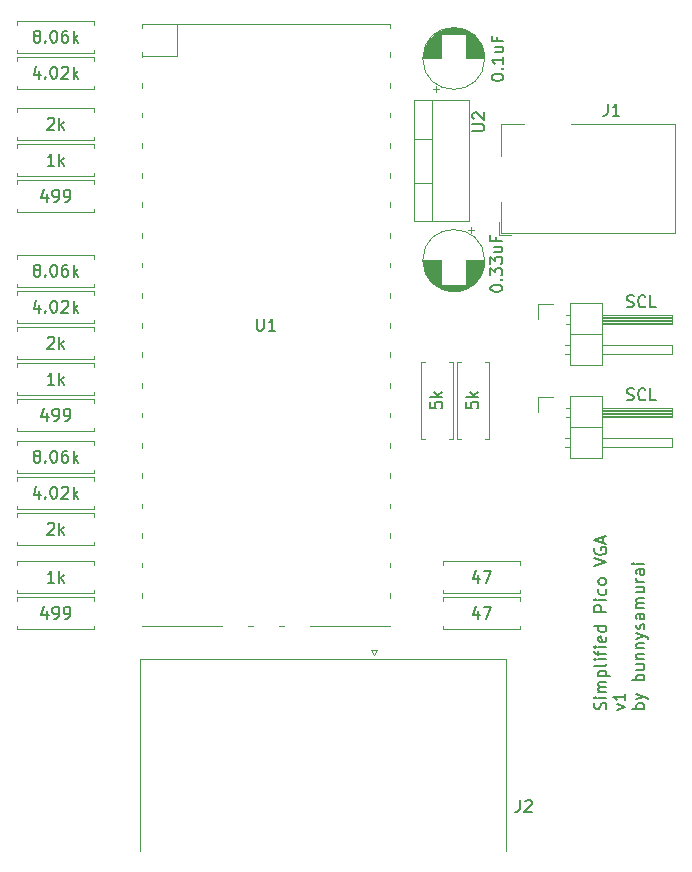
<source format=gbr>
G04 #@! TF.GenerationSoftware,KiCad,Pcbnew,6.0.10-1.fc36*
G04 #@! TF.CreationDate,2023-01-09T12:43:08-05:00*
G04 #@! TF.ProjectId,my_vga_board,6d795f76-6761-45f6-926f-6172642e6b69,v01*
G04 #@! TF.SameCoordinates,Original*
G04 #@! TF.FileFunction,Legend,Top*
G04 #@! TF.FilePolarity,Positive*
%FSLAX46Y46*%
G04 Gerber Fmt 4.6, Leading zero omitted, Abs format (unit mm)*
G04 Created by KiCad (PCBNEW 6.0.10-1.fc36) date 2023-01-09 12:43:08*
%MOMM*%
%LPD*%
G01*
G04 APERTURE LIST*
%ADD10C,0.150000*%
%ADD11C,0.120000*%
G04 APERTURE END LIST*
D10*
X180165523Y-89304761D02*
X180308380Y-89352380D01*
X180546476Y-89352380D01*
X180641714Y-89304761D01*
X180689333Y-89257142D01*
X180736952Y-89161904D01*
X180736952Y-89066666D01*
X180689333Y-88971428D01*
X180641714Y-88923809D01*
X180546476Y-88876190D01*
X180356000Y-88828571D01*
X180260761Y-88780952D01*
X180213142Y-88733333D01*
X180165523Y-88638095D01*
X180165523Y-88542857D01*
X180213142Y-88447619D01*
X180260761Y-88400000D01*
X180356000Y-88352380D01*
X180594095Y-88352380D01*
X180736952Y-88400000D01*
X181736952Y-89257142D02*
X181689333Y-89304761D01*
X181546476Y-89352380D01*
X181451238Y-89352380D01*
X181308380Y-89304761D01*
X181213142Y-89209523D01*
X181165523Y-89114285D01*
X181117904Y-88923809D01*
X181117904Y-88780952D01*
X181165523Y-88590476D01*
X181213142Y-88495238D01*
X181308380Y-88400000D01*
X181451238Y-88352380D01*
X181546476Y-88352380D01*
X181689333Y-88400000D01*
X181736952Y-88447619D01*
X182641714Y-89352380D02*
X182165523Y-89352380D01*
X182165523Y-88352380D01*
X178372761Y-123410023D02*
X178420380Y-123267166D01*
X178420380Y-123029071D01*
X178372761Y-122933833D01*
X178325142Y-122886214D01*
X178229904Y-122838595D01*
X178134666Y-122838595D01*
X178039428Y-122886214D01*
X177991809Y-122933833D01*
X177944190Y-123029071D01*
X177896571Y-123219547D01*
X177848952Y-123314785D01*
X177801333Y-123362404D01*
X177706095Y-123410023D01*
X177610857Y-123410023D01*
X177515619Y-123362404D01*
X177468000Y-123314785D01*
X177420380Y-123219547D01*
X177420380Y-122981452D01*
X177468000Y-122838595D01*
X178420380Y-122410023D02*
X177753714Y-122410023D01*
X177420380Y-122410023D02*
X177468000Y-122457642D01*
X177515619Y-122410023D01*
X177468000Y-122362404D01*
X177420380Y-122410023D01*
X177515619Y-122410023D01*
X178420380Y-121933833D02*
X177753714Y-121933833D01*
X177848952Y-121933833D02*
X177801333Y-121886214D01*
X177753714Y-121790976D01*
X177753714Y-121648119D01*
X177801333Y-121552880D01*
X177896571Y-121505261D01*
X178420380Y-121505261D01*
X177896571Y-121505261D02*
X177801333Y-121457642D01*
X177753714Y-121362404D01*
X177753714Y-121219547D01*
X177801333Y-121124309D01*
X177896571Y-121076690D01*
X178420380Y-121076690D01*
X177753714Y-120600500D02*
X178753714Y-120600500D01*
X177801333Y-120600500D02*
X177753714Y-120505261D01*
X177753714Y-120314785D01*
X177801333Y-120219547D01*
X177848952Y-120171928D01*
X177944190Y-120124309D01*
X178229904Y-120124309D01*
X178325142Y-120171928D01*
X178372761Y-120219547D01*
X178420380Y-120314785D01*
X178420380Y-120505261D01*
X178372761Y-120600500D01*
X178420380Y-119552880D02*
X178372761Y-119648119D01*
X178277523Y-119695738D01*
X177420380Y-119695738D01*
X178420380Y-119171928D02*
X177753714Y-119171928D01*
X177420380Y-119171928D02*
X177468000Y-119219547D01*
X177515619Y-119171928D01*
X177468000Y-119124309D01*
X177420380Y-119171928D01*
X177515619Y-119171928D01*
X177753714Y-118838595D02*
X177753714Y-118457642D01*
X178420380Y-118695738D02*
X177563238Y-118695738D01*
X177468000Y-118648119D01*
X177420380Y-118552880D01*
X177420380Y-118457642D01*
X178420380Y-118124309D02*
X177753714Y-118124309D01*
X177420380Y-118124309D02*
X177468000Y-118171928D01*
X177515619Y-118124309D01*
X177468000Y-118076690D01*
X177420380Y-118124309D01*
X177515619Y-118124309D01*
X178372761Y-117267166D02*
X178420380Y-117362404D01*
X178420380Y-117552880D01*
X178372761Y-117648119D01*
X178277523Y-117695738D01*
X177896571Y-117695738D01*
X177801333Y-117648119D01*
X177753714Y-117552880D01*
X177753714Y-117362404D01*
X177801333Y-117267166D01*
X177896571Y-117219547D01*
X177991809Y-117219547D01*
X178087047Y-117695738D01*
X178420380Y-116362404D02*
X177420380Y-116362404D01*
X178372761Y-116362404D02*
X178420380Y-116457642D01*
X178420380Y-116648119D01*
X178372761Y-116743357D01*
X178325142Y-116790976D01*
X178229904Y-116838595D01*
X177944190Y-116838595D01*
X177848952Y-116790976D01*
X177801333Y-116743357D01*
X177753714Y-116648119D01*
X177753714Y-116457642D01*
X177801333Y-116362404D01*
X178420380Y-115124309D02*
X177420380Y-115124309D01*
X177420380Y-114743357D01*
X177468000Y-114648119D01*
X177515619Y-114600500D01*
X177610857Y-114552880D01*
X177753714Y-114552880D01*
X177848952Y-114600500D01*
X177896571Y-114648119D01*
X177944190Y-114743357D01*
X177944190Y-115124309D01*
X178420380Y-114124309D02*
X177753714Y-114124309D01*
X177420380Y-114124309D02*
X177468000Y-114171928D01*
X177515619Y-114124309D01*
X177468000Y-114076690D01*
X177420380Y-114124309D01*
X177515619Y-114124309D01*
X178372761Y-113219547D02*
X178420380Y-113314785D01*
X178420380Y-113505261D01*
X178372761Y-113600500D01*
X178325142Y-113648119D01*
X178229904Y-113695738D01*
X177944190Y-113695738D01*
X177848952Y-113648119D01*
X177801333Y-113600500D01*
X177753714Y-113505261D01*
X177753714Y-113314785D01*
X177801333Y-113219547D01*
X178420380Y-112648119D02*
X178372761Y-112743357D01*
X178325142Y-112790976D01*
X178229904Y-112838595D01*
X177944190Y-112838595D01*
X177848952Y-112790976D01*
X177801333Y-112743357D01*
X177753714Y-112648119D01*
X177753714Y-112505261D01*
X177801333Y-112410023D01*
X177848952Y-112362404D01*
X177944190Y-112314785D01*
X178229904Y-112314785D01*
X178325142Y-112362404D01*
X178372761Y-112410023D01*
X178420380Y-112505261D01*
X178420380Y-112648119D01*
X177420380Y-111267166D02*
X178420380Y-110933833D01*
X177420380Y-110600500D01*
X177468000Y-109743357D02*
X177420380Y-109838595D01*
X177420380Y-109981452D01*
X177468000Y-110124309D01*
X177563238Y-110219547D01*
X177658476Y-110267166D01*
X177848952Y-110314785D01*
X177991809Y-110314785D01*
X178182285Y-110267166D01*
X178277523Y-110219547D01*
X178372761Y-110124309D01*
X178420380Y-109981452D01*
X178420380Y-109886214D01*
X178372761Y-109743357D01*
X178325142Y-109695738D01*
X177991809Y-109695738D01*
X177991809Y-109886214D01*
X178134666Y-109314785D02*
X178134666Y-108838595D01*
X178420380Y-109410023D02*
X177420380Y-109076690D01*
X178420380Y-108743357D01*
X179363714Y-123457642D02*
X180030380Y-123219547D01*
X179363714Y-122981452D01*
X180030380Y-122076690D02*
X180030380Y-122648119D01*
X180030380Y-122362404D02*
X179030380Y-122362404D01*
X179173238Y-122457642D01*
X179268476Y-122552880D01*
X179316095Y-122648119D01*
X181640380Y-123362404D02*
X180640380Y-123362404D01*
X181021333Y-123362404D02*
X180973714Y-123267166D01*
X180973714Y-123076690D01*
X181021333Y-122981452D01*
X181068952Y-122933833D01*
X181164190Y-122886214D01*
X181449904Y-122886214D01*
X181545142Y-122933833D01*
X181592761Y-122981452D01*
X181640380Y-123076690D01*
X181640380Y-123267166D01*
X181592761Y-123362404D01*
X180973714Y-122552880D02*
X181640380Y-122314785D01*
X180973714Y-122076690D02*
X181640380Y-122314785D01*
X181878476Y-122410023D01*
X181926095Y-122457642D01*
X181973714Y-122552880D01*
X181640380Y-120933833D02*
X180640380Y-120933833D01*
X181021333Y-120933833D02*
X180973714Y-120838595D01*
X180973714Y-120648119D01*
X181021333Y-120552880D01*
X181068952Y-120505261D01*
X181164190Y-120457642D01*
X181449904Y-120457642D01*
X181545142Y-120505261D01*
X181592761Y-120552880D01*
X181640380Y-120648119D01*
X181640380Y-120838595D01*
X181592761Y-120933833D01*
X180973714Y-119600500D02*
X181640380Y-119600500D01*
X180973714Y-120029071D02*
X181497523Y-120029071D01*
X181592761Y-119981452D01*
X181640380Y-119886214D01*
X181640380Y-119743357D01*
X181592761Y-119648119D01*
X181545142Y-119600500D01*
X180973714Y-119124309D02*
X181640380Y-119124309D01*
X181068952Y-119124309D02*
X181021333Y-119076690D01*
X180973714Y-118981452D01*
X180973714Y-118838595D01*
X181021333Y-118743357D01*
X181116571Y-118695738D01*
X181640380Y-118695738D01*
X180973714Y-118219547D02*
X181640380Y-118219547D01*
X181068952Y-118219547D02*
X181021333Y-118171928D01*
X180973714Y-118076690D01*
X180973714Y-117933833D01*
X181021333Y-117838595D01*
X181116571Y-117790976D01*
X181640380Y-117790976D01*
X180973714Y-117410023D02*
X181640380Y-117171928D01*
X180973714Y-116933833D02*
X181640380Y-117171928D01*
X181878476Y-117267166D01*
X181926095Y-117314785D01*
X181973714Y-117410023D01*
X181592761Y-116600500D02*
X181640380Y-116505261D01*
X181640380Y-116314785D01*
X181592761Y-116219547D01*
X181497523Y-116171928D01*
X181449904Y-116171928D01*
X181354666Y-116219547D01*
X181307047Y-116314785D01*
X181307047Y-116457642D01*
X181259428Y-116552880D01*
X181164190Y-116600500D01*
X181116571Y-116600500D01*
X181021333Y-116552880D01*
X180973714Y-116457642D01*
X180973714Y-116314785D01*
X181021333Y-116219547D01*
X181640380Y-115314785D02*
X181116571Y-115314785D01*
X181021333Y-115362404D01*
X180973714Y-115457642D01*
X180973714Y-115648119D01*
X181021333Y-115743357D01*
X181592761Y-115314785D02*
X181640380Y-115410023D01*
X181640380Y-115648119D01*
X181592761Y-115743357D01*
X181497523Y-115790976D01*
X181402285Y-115790976D01*
X181307047Y-115743357D01*
X181259428Y-115648119D01*
X181259428Y-115410023D01*
X181211809Y-115314785D01*
X181640380Y-114838595D02*
X180973714Y-114838595D01*
X181068952Y-114838595D02*
X181021333Y-114790976D01*
X180973714Y-114695738D01*
X180973714Y-114552880D01*
X181021333Y-114457642D01*
X181116571Y-114410023D01*
X181640380Y-114410023D01*
X181116571Y-114410023D02*
X181021333Y-114362404D01*
X180973714Y-114267166D01*
X180973714Y-114124309D01*
X181021333Y-114029071D01*
X181116571Y-113981452D01*
X181640380Y-113981452D01*
X180973714Y-113076690D02*
X181640380Y-113076690D01*
X180973714Y-113505261D02*
X181497523Y-113505261D01*
X181592761Y-113457642D01*
X181640380Y-113362404D01*
X181640380Y-113219547D01*
X181592761Y-113124309D01*
X181545142Y-113076690D01*
X181640380Y-112600500D02*
X180973714Y-112600500D01*
X181164190Y-112600500D02*
X181068952Y-112552880D01*
X181021333Y-112505261D01*
X180973714Y-112410023D01*
X180973714Y-112314785D01*
X181640380Y-111552880D02*
X181116571Y-111552880D01*
X181021333Y-111600500D01*
X180973714Y-111695738D01*
X180973714Y-111886214D01*
X181021333Y-111981452D01*
X181592761Y-111552880D02*
X181640380Y-111648119D01*
X181640380Y-111886214D01*
X181592761Y-111981452D01*
X181497523Y-112029071D01*
X181402285Y-112029071D01*
X181307047Y-111981452D01*
X181259428Y-111886214D01*
X181259428Y-111648119D01*
X181211809Y-111552880D01*
X181640380Y-111076690D02*
X180973714Y-111076690D01*
X180640380Y-111076690D02*
X180688000Y-111124309D01*
X180735619Y-111076690D01*
X180688000Y-111029071D01*
X180640380Y-111076690D01*
X180735619Y-111076690D01*
X180165523Y-97178761D02*
X180308380Y-97226380D01*
X180546476Y-97226380D01*
X180641714Y-97178761D01*
X180689333Y-97131142D01*
X180736952Y-97035904D01*
X180736952Y-96940666D01*
X180689333Y-96845428D01*
X180641714Y-96797809D01*
X180546476Y-96750190D01*
X180356000Y-96702571D01*
X180260761Y-96654952D01*
X180213142Y-96607333D01*
X180165523Y-96512095D01*
X180165523Y-96416857D01*
X180213142Y-96321619D01*
X180260761Y-96274000D01*
X180356000Y-96226380D01*
X180594095Y-96226380D01*
X180736952Y-96274000D01*
X181736952Y-97131142D02*
X181689333Y-97178761D01*
X181546476Y-97226380D01*
X181451238Y-97226380D01*
X181308380Y-97178761D01*
X181213142Y-97083523D01*
X181165523Y-96988285D01*
X181117904Y-96797809D01*
X181117904Y-96654952D01*
X181165523Y-96464476D01*
X181213142Y-96369238D01*
X181308380Y-96274000D01*
X181451238Y-96226380D01*
X181546476Y-96226380D01*
X181689333Y-96274000D01*
X181736952Y-96321619D01*
X182641714Y-97226380D02*
X182165523Y-97226380D01*
X182165523Y-96226380D01*
X131700952Y-112668380D02*
X131129523Y-112668380D01*
X131415238Y-112668380D02*
X131415238Y-111668380D01*
X131320000Y-111811238D01*
X131224761Y-111906476D01*
X131129523Y-111954095D01*
X132129523Y-112668380D02*
X132129523Y-111668380D01*
X132224761Y-112287428D02*
X132510476Y-112668380D01*
X132510476Y-112001714D02*
X132129523Y-112382666D01*
X130129523Y-101936952D02*
X130034285Y-101889333D01*
X129986666Y-101841714D01*
X129939047Y-101746476D01*
X129939047Y-101698857D01*
X129986666Y-101603619D01*
X130034285Y-101556000D01*
X130129523Y-101508380D01*
X130320000Y-101508380D01*
X130415238Y-101556000D01*
X130462857Y-101603619D01*
X130510476Y-101698857D01*
X130510476Y-101746476D01*
X130462857Y-101841714D01*
X130415238Y-101889333D01*
X130320000Y-101936952D01*
X130129523Y-101936952D01*
X130034285Y-101984571D01*
X129986666Y-102032190D01*
X129939047Y-102127428D01*
X129939047Y-102317904D01*
X129986666Y-102413142D01*
X130034285Y-102460761D01*
X130129523Y-102508380D01*
X130320000Y-102508380D01*
X130415238Y-102460761D01*
X130462857Y-102413142D01*
X130510476Y-102317904D01*
X130510476Y-102127428D01*
X130462857Y-102032190D01*
X130415238Y-101984571D01*
X130320000Y-101936952D01*
X130939047Y-102413142D02*
X130986666Y-102460761D01*
X130939047Y-102508380D01*
X130891428Y-102460761D01*
X130939047Y-102413142D01*
X130939047Y-102508380D01*
X131605714Y-101508380D02*
X131700952Y-101508380D01*
X131796190Y-101556000D01*
X131843809Y-101603619D01*
X131891428Y-101698857D01*
X131939047Y-101889333D01*
X131939047Y-102127428D01*
X131891428Y-102317904D01*
X131843809Y-102413142D01*
X131796190Y-102460761D01*
X131700952Y-102508380D01*
X131605714Y-102508380D01*
X131510476Y-102460761D01*
X131462857Y-102413142D01*
X131415238Y-102317904D01*
X131367619Y-102127428D01*
X131367619Y-101889333D01*
X131415238Y-101698857D01*
X131462857Y-101603619D01*
X131510476Y-101556000D01*
X131605714Y-101508380D01*
X132796190Y-101508380D02*
X132605714Y-101508380D01*
X132510476Y-101556000D01*
X132462857Y-101603619D01*
X132367619Y-101746476D01*
X132320000Y-101936952D01*
X132320000Y-102317904D01*
X132367619Y-102413142D01*
X132415238Y-102460761D01*
X132510476Y-102508380D01*
X132700952Y-102508380D01*
X132796190Y-102460761D01*
X132843809Y-102413142D01*
X132891428Y-102317904D01*
X132891428Y-102079809D01*
X132843809Y-101984571D01*
X132796190Y-101936952D01*
X132700952Y-101889333D01*
X132510476Y-101889333D01*
X132415238Y-101936952D01*
X132367619Y-101984571D01*
X132320000Y-102079809D01*
X133320000Y-102508380D02*
X133320000Y-101508380D01*
X133415238Y-102127428D02*
X133700952Y-102508380D01*
X133700952Y-101841714D02*
X133320000Y-102222666D01*
X168708380Y-69930469D02*
X168708380Y-69835231D01*
X168756000Y-69739992D01*
X168803619Y-69692373D01*
X168898857Y-69644754D01*
X169089333Y-69597135D01*
X169327428Y-69597135D01*
X169517904Y-69644754D01*
X169613142Y-69692373D01*
X169660761Y-69739992D01*
X169708380Y-69835231D01*
X169708380Y-69930469D01*
X169660761Y-70025707D01*
X169613142Y-70073326D01*
X169517904Y-70120945D01*
X169327428Y-70168564D01*
X169089333Y-70168564D01*
X168898857Y-70120945D01*
X168803619Y-70073326D01*
X168756000Y-70025707D01*
X168708380Y-69930469D01*
X169613142Y-69168564D02*
X169660761Y-69120945D01*
X169708380Y-69168564D01*
X169660761Y-69216183D01*
X169613142Y-69168564D01*
X169708380Y-69168564D01*
X169708380Y-68168564D02*
X169708380Y-68739992D01*
X169708380Y-68454278D02*
X168708380Y-68454278D01*
X168851238Y-68549516D01*
X168946476Y-68644754D01*
X168994095Y-68739992D01*
X169041714Y-67311421D02*
X169708380Y-67311421D01*
X169041714Y-67739992D02*
X169565523Y-67739992D01*
X169660761Y-67692373D01*
X169708380Y-67597135D01*
X169708380Y-67454278D01*
X169660761Y-67359040D01*
X169613142Y-67311421D01*
X169184571Y-66501897D02*
X169184571Y-66835231D01*
X169708380Y-66835231D02*
X168708380Y-66835231D01*
X168708380Y-66359040D01*
X130415238Y-69329714D02*
X130415238Y-69996380D01*
X130177142Y-68948761D02*
X129939047Y-69663047D01*
X130558095Y-69663047D01*
X130939047Y-69901142D02*
X130986666Y-69948761D01*
X130939047Y-69996380D01*
X130891428Y-69948761D01*
X130939047Y-69901142D01*
X130939047Y-69996380D01*
X131605714Y-68996380D02*
X131700952Y-68996380D01*
X131796190Y-69044000D01*
X131843809Y-69091619D01*
X131891428Y-69186857D01*
X131939047Y-69377333D01*
X131939047Y-69615428D01*
X131891428Y-69805904D01*
X131843809Y-69901142D01*
X131796190Y-69948761D01*
X131700952Y-69996380D01*
X131605714Y-69996380D01*
X131510476Y-69948761D01*
X131462857Y-69901142D01*
X131415238Y-69805904D01*
X131367619Y-69615428D01*
X131367619Y-69377333D01*
X131415238Y-69186857D01*
X131462857Y-69091619D01*
X131510476Y-69044000D01*
X131605714Y-68996380D01*
X132320000Y-69091619D02*
X132367619Y-69044000D01*
X132462857Y-68996380D01*
X132700952Y-68996380D01*
X132796190Y-69044000D01*
X132843809Y-69091619D01*
X132891428Y-69186857D01*
X132891428Y-69282095D01*
X132843809Y-69424952D01*
X132272380Y-69996380D01*
X132891428Y-69996380D01*
X133320000Y-69996380D02*
X133320000Y-68996380D01*
X133415238Y-69615428D02*
X133700952Y-69996380D01*
X133700952Y-69329714D02*
X133320000Y-69710666D01*
X130415238Y-104889714D02*
X130415238Y-105556380D01*
X130177142Y-104508761D02*
X129939047Y-105223047D01*
X130558095Y-105223047D01*
X130939047Y-105461142D02*
X130986666Y-105508761D01*
X130939047Y-105556380D01*
X130891428Y-105508761D01*
X130939047Y-105461142D01*
X130939047Y-105556380D01*
X131605714Y-104556380D02*
X131700952Y-104556380D01*
X131796190Y-104604000D01*
X131843809Y-104651619D01*
X131891428Y-104746857D01*
X131939047Y-104937333D01*
X131939047Y-105175428D01*
X131891428Y-105365904D01*
X131843809Y-105461142D01*
X131796190Y-105508761D01*
X131700952Y-105556380D01*
X131605714Y-105556380D01*
X131510476Y-105508761D01*
X131462857Y-105461142D01*
X131415238Y-105365904D01*
X131367619Y-105175428D01*
X131367619Y-104937333D01*
X131415238Y-104746857D01*
X131462857Y-104651619D01*
X131510476Y-104604000D01*
X131605714Y-104556380D01*
X132320000Y-104651619D02*
X132367619Y-104604000D01*
X132462857Y-104556380D01*
X132700952Y-104556380D01*
X132796190Y-104604000D01*
X132843809Y-104651619D01*
X132891428Y-104746857D01*
X132891428Y-104842095D01*
X132843809Y-104984952D01*
X132272380Y-105556380D01*
X132891428Y-105556380D01*
X133320000Y-105556380D02*
X133320000Y-104556380D01*
X133415238Y-105175428D02*
X133700952Y-105556380D01*
X133700952Y-104889714D02*
X133320000Y-105270666D01*
X131058095Y-98285714D02*
X131058095Y-98952380D01*
X130820000Y-97904761D02*
X130581904Y-98619047D01*
X131200952Y-98619047D01*
X131629523Y-98952380D02*
X131820000Y-98952380D01*
X131915238Y-98904761D01*
X131962857Y-98857142D01*
X132058095Y-98714285D01*
X132105714Y-98523809D01*
X132105714Y-98142857D01*
X132058095Y-98047619D01*
X132010476Y-98000000D01*
X131915238Y-97952380D01*
X131724761Y-97952380D01*
X131629523Y-98000000D01*
X131581904Y-98047619D01*
X131534285Y-98142857D01*
X131534285Y-98380952D01*
X131581904Y-98476190D01*
X131629523Y-98523809D01*
X131724761Y-98571428D01*
X131915238Y-98571428D01*
X132010476Y-98523809D01*
X132058095Y-98476190D01*
X132105714Y-98380952D01*
X132581904Y-98952380D02*
X132772380Y-98952380D01*
X132867619Y-98904761D01*
X132915238Y-98857142D01*
X133010476Y-98714285D01*
X133058095Y-98523809D01*
X133058095Y-98142857D01*
X133010476Y-98047619D01*
X132962857Y-98000000D01*
X132867619Y-97952380D01*
X132677142Y-97952380D01*
X132581904Y-98000000D01*
X132534285Y-98047619D01*
X132486666Y-98142857D01*
X132486666Y-98380952D01*
X132534285Y-98476190D01*
X132581904Y-98523809D01*
X132677142Y-98571428D01*
X132867619Y-98571428D01*
X132962857Y-98523809D01*
X133010476Y-98476190D01*
X133058095Y-98380952D01*
X130129523Y-86188952D02*
X130034285Y-86141333D01*
X129986666Y-86093714D01*
X129939047Y-85998476D01*
X129939047Y-85950857D01*
X129986666Y-85855619D01*
X130034285Y-85808000D01*
X130129523Y-85760380D01*
X130320000Y-85760380D01*
X130415238Y-85808000D01*
X130462857Y-85855619D01*
X130510476Y-85950857D01*
X130510476Y-85998476D01*
X130462857Y-86093714D01*
X130415238Y-86141333D01*
X130320000Y-86188952D01*
X130129523Y-86188952D01*
X130034285Y-86236571D01*
X129986666Y-86284190D01*
X129939047Y-86379428D01*
X129939047Y-86569904D01*
X129986666Y-86665142D01*
X130034285Y-86712761D01*
X130129523Y-86760380D01*
X130320000Y-86760380D01*
X130415238Y-86712761D01*
X130462857Y-86665142D01*
X130510476Y-86569904D01*
X130510476Y-86379428D01*
X130462857Y-86284190D01*
X130415238Y-86236571D01*
X130320000Y-86188952D01*
X130939047Y-86665142D02*
X130986666Y-86712761D01*
X130939047Y-86760380D01*
X130891428Y-86712761D01*
X130939047Y-86665142D01*
X130939047Y-86760380D01*
X131605714Y-85760380D02*
X131700952Y-85760380D01*
X131796190Y-85808000D01*
X131843809Y-85855619D01*
X131891428Y-85950857D01*
X131939047Y-86141333D01*
X131939047Y-86379428D01*
X131891428Y-86569904D01*
X131843809Y-86665142D01*
X131796190Y-86712761D01*
X131700952Y-86760380D01*
X131605714Y-86760380D01*
X131510476Y-86712761D01*
X131462857Y-86665142D01*
X131415238Y-86569904D01*
X131367619Y-86379428D01*
X131367619Y-86141333D01*
X131415238Y-85950857D01*
X131462857Y-85855619D01*
X131510476Y-85808000D01*
X131605714Y-85760380D01*
X132796190Y-85760380D02*
X132605714Y-85760380D01*
X132510476Y-85808000D01*
X132462857Y-85855619D01*
X132367619Y-85998476D01*
X132320000Y-86188952D01*
X132320000Y-86569904D01*
X132367619Y-86665142D01*
X132415238Y-86712761D01*
X132510476Y-86760380D01*
X132700952Y-86760380D01*
X132796190Y-86712761D01*
X132843809Y-86665142D01*
X132891428Y-86569904D01*
X132891428Y-86331809D01*
X132843809Y-86236571D01*
X132796190Y-86188952D01*
X132700952Y-86141333D01*
X132510476Y-86141333D01*
X132415238Y-86188952D01*
X132367619Y-86236571D01*
X132320000Y-86331809D01*
X133320000Y-86760380D02*
X133320000Y-85760380D01*
X133415238Y-86379428D02*
X133700952Y-86760380D01*
X133700952Y-86093714D02*
X133320000Y-86474666D01*
X131129523Y-107699619D02*
X131177142Y-107652000D01*
X131272380Y-107604380D01*
X131510476Y-107604380D01*
X131605714Y-107652000D01*
X131653333Y-107699619D01*
X131700952Y-107794857D01*
X131700952Y-107890095D01*
X131653333Y-108032952D01*
X131081904Y-108604380D01*
X131700952Y-108604380D01*
X132129523Y-108604380D02*
X132129523Y-107604380D01*
X132224761Y-108223428D02*
X132510476Y-108604380D01*
X132510476Y-107937714D02*
X132129523Y-108318666D01*
X131058095Y-115049714D02*
X131058095Y-115716380D01*
X130820000Y-114668761D02*
X130581904Y-115383047D01*
X131200952Y-115383047D01*
X131629523Y-115716380D02*
X131820000Y-115716380D01*
X131915238Y-115668761D01*
X131962857Y-115621142D01*
X132058095Y-115478285D01*
X132105714Y-115287809D01*
X132105714Y-114906857D01*
X132058095Y-114811619D01*
X132010476Y-114764000D01*
X131915238Y-114716380D01*
X131724761Y-114716380D01*
X131629523Y-114764000D01*
X131581904Y-114811619D01*
X131534285Y-114906857D01*
X131534285Y-115144952D01*
X131581904Y-115240190D01*
X131629523Y-115287809D01*
X131724761Y-115335428D01*
X131915238Y-115335428D01*
X132010476Y-115287809D01*
X132058095Y-115240190D01*
X132105714Y-115144952D01*
X132581904Y-115716380D02*
X132772380Y-115716380D01*
X132867619Y-115668761D01*
X132915238Y-115621142D01*
X133010476Y-115478285D01*
X133058095Y-115287809D01*
X133058095Y-114906857D01*
X133010476Y-114811619D01*
X132962857Y-114764000D01*
X132867619Y-114716380D01*
X132677142Y-114716380D01*
X132581904Y-114764000D01*
X132534285Y-114811619D01*
X132486666Y-114906857D01*
X132486666Y-115144952D01*
X132534285Y-115240190D01*
X132581904Y-115287809D01*
X132677142Y-115335428D01*
X132867619Y-115335428D01*
X132962857Y-115287809D01*
X133010476Y-115240190D01*
X133058095Y-115144952D01*
X167602285Y-112001714D02*
X167602285Y-112668380D01*
X167364190Y-111620761D02*
X167126095Y-112335047D01*
X167745142Y-112335047D01*
X168030857Y-111668380D02*
X168697523Y-111668380D01*
X168268952Y-112668380D01*
X130129523Y-66376952D02*
X130034285Y-66329333D01*
X129986666Y-66281714D01*
X129939047Y-66186476D01*
X129939047Y-66138857D01*
X129986666Y-66043619D01*
X130034285Y-65996000D01*
X130129523Y-65948380D01*
X130320000Y-65948380D01*
X130415238Y-65996000D01*
X130462857Y-66043619D01*
X130510476Y-66138857D01*
X130510476Y-66186476D01*
X130462857Y-66281714D01*
X130415238Y-66329333D01*
X130320000Y-66376952D01*
X130129523Y-66376952D01*
X130034285Y-66424571D01*
X129986666Y-66472190D01*
X129939047Y-66567428D01*
X129939047Y-66757904D01*
X129986666Y-66853142D01*
X130034285Y-66900761D01*
X130129523Y-66948380D01*
X130320000Y-66948380D01*
X130415238Y-66900761D01*
X130462857Y-66853142D01*
X130510476Y-66757904D01*
X130510476Y-66567428D01*
X130462857Y-66472190D01*
X130415238Y-66424571D01*
X130320000Y-66376952D01*
X130939047Y-66853142D02*
X130986666Y-66900761D01*
X130939047Y-66948380D01*
X130891428Y-66900761D01*
X130939047Y-66853142D01*
X130939047Y-66948380D01*
X131605714Y-65948380D02*
X131700952Y-65948380D01*
X131796190Y-65996000D01*
X131843809Y-66043619D01*
X131891428Y-66138857D01*
X131939047Y-66329333D01*
X131939047Y-66567428D01*
X131891428Y-66757904D01*
X131843809Y-66853142D01*
X131796190Y-66900761D01*
X131700952Y-66948380D01*
X131605714Y-66948380D01*
X131510476Y-66900761D01*
X131462857Y-66853142D01*
X131415238Y-66757904D01*
X131367619Y-66567428D01*
X131367619Y-66329333D01*
X131415238Y-66138857D01*
X131462857Y-66043619D01*
X131510476Y-65996000D01*
X131605714Y-65948380D01*
X132796190Y-65948380D02*
X132605714Y-65948380D01*
X132510476Y-65996000D01*
X132462857Y-66043619D01*
X132367619Y-66186476D01*
X132320000Y-66376952D01*
X132320000Y-66757904D01*
X132367619Y-66853142D01*
X132415238Y-66900761D01*
X132510476Y-66948380D01*
X132700952Y-66948380D01*
X132796190Y-66900761D01*
X132843809Y-66853142D01*
X132891428Y-66757904D01*
X132891428Y-66519809D01*
X132843809Y-66424571D01*
X132796190Y-66376952D01*
X132700952Y-66329333D01*
X132510476Y-66329333D01*
X132415238Y-66376952D01*
X132367619Y-66424571D01*
X132320000Y-66519809D01*
X133320000Y-66948380D02*
X133320000Y-65948380D01*
X133415238Y-66567428D02*
X133700952Y-66948380D01*
X133700952Y-66281714D02*
X133320000Y-66662666D01*
X131058095Y-79743714D02*
X131058095Y-80410380D01*
X130820000Y-79362761D02*
X130581904Y-80077047D01*
X131200952Y-80077047D01*
X131629523Y-80410380D02*
X131820000Y-80410380D01*
X131915238Y-80362761D01*
X131962857Y-80315142D01*
X132058095Y-80172285D01*
X132105714Y-79981809D01*
X132105714Y-79600857D01*
X132058095Y-79505619D01*
X132010476Y-79458000D01*
X131915238Y-79410380D01*
X131724761Y-79410380D01*
X131629523Y-79458000D01*
X131581904Y-79505619D01*
X131534285Y-79600857D01*
X131534285Y-79838952D01*
X131581904Y-79934190D01*
X131629523Y-79981809D01*
X131724761Y-80029428D01*
X131915238Y-80029428D01*
X132010476Y-79981809D01*
X132058095Y-79934190D01*
X132105714Y-79838952D01*
X132581904Y-80410380D02*
X132772380Y-80410380D01*
X132867619Y-80362761D01*
X132915238Y-80315142D01*
X133010476Y-80172285D01*
X133058095Y-79981809D01*
X133058095Y-79600857D01*
X133010476Y-79505619D01*
X132962857Y-79458000D01*
X132867619Y-79410380D01*
X132677142Y-79410380D01*
X132581904Y-79458000D01*
X132534285Y-79505619D01*
X132486666Y-79600857D01*
X132486666Y-79838952D01*
X132534285Y-79934190D01*
X132581904Y-79981809D01*
X132677142Y-80029428D01*
X132867619Y-80029428D01*
X132962857Y-79981809D01*
X133010476Y-79934190D01*
X133058095Y-79838952D01*
X167092380Y-74421904D02*
X167901904Y-74421904D01*
X167997142Y-74374285D01*
X168044761Y-74326666D01*
X168092380Y-74231428D01*
X168092380Y-74040952D01*
X168044761Y-73945714D01*
X167997142Y-73898095D01*
X167901904Y-73850476D01*
X167092380Y-73850476D01*
X167187619Y-73421904D02*
X167140000Y-73374285D01*
X167092380Y-73279047D01*
X167092380Y-73040952D01*
X167140000Y-72945714D01*
X167187619Y-72898095D01*
X167282857Y-72850476D01*
X167378095Y-72850476D01*
X167520952Y-72898095D01*
X168092380Y-73469523D01*
X168092380Y-72850476D01*
X168616380Y-87794435D02*
X168616380Y-87699197D01*
X168664000Y-87603959D01*
X168711619Y-87556340D01*
X168806857Y-87508721D01*
X168997333Y-87461102D01*
X169235428Y-87461102D01*
X169425904Y-87508721D01*
X169521142Y-87556340D01*
X169568761Y-87603959D01*
X169616380Y-87699197D01*
X169616380Y-87794435D01*
X169568761Y-87889673D01*
X169521142Y-87937292D01*
X169425904Y-87984911D01*
X169235428Y-88032530D01*
X168997333Y-88032530D01*
X168806857Y-87984911D01*
X168711619Y-87937292D01*
X168664000Y-87889673D01*
X168616380Y-87794435D01*
X169521142Y-87032530D02*
X169568761Y-86984911D01*
X169616380Y-87032530D01*
X169568761Y-87080149D01*
X169521142Y-87032530D01*
X169616380Y-87032530D01*
X168616380Y-86651578D02*
X168616380Y-86032530D01*
X168997333Y-86365864D01*
X168997333Y-86223007D01*
X169044952Y-86127768D01*
X169092571Y-86080149D01*
X169187809Y-86032530D01*
X169425904Y-86032530D01*
X169521142Y-86080149D01*
X169568761Y-86127768D01*
X169616380Y-86223007D01*
X169616380Y-86508721D01*
X169568761Y-86603959D01*
X169521142Y-86651578D01*
X168616380Y-85699197D02*
X168616380Y-85080149D01*
X168997333Y-85413483D01*
X168997333Y-85270626D01*
X169044952Y-85175388D01*
X169092571Y-85127768D01*
X169187809Y-85080149D01*
X169425904Y-85080149D01*
X169521142Y-85127768D01*
X169568761Y-85175388D01*
X169616380Y-85270626D01*
X169616380Y-85556340D01*
X169568761Y-85651578D01*
X169521142Y-85699197D01*
X168949714Y-84223007D02*
X169616380Y-84223007D01*
X168949714Y-84651578D02*
X169473523Y-84651578D01*
X169568761Y-84603959D01*
X169616380Y-84508721D01*
X169616380Y-84365864D01*
X169568761Y-84270626D01*
X169521142Y-84223007D01*
X169092571Y-83413483D02*
X169092571Y-83746816D01*
X169616380Y-83746816D02*
X168616380Y-83746816D01*
X168616380Y-83270626D01*
X171116666Y-131095211D02*
X171116666Y-131809497D01*
X171069047Y-131952354D01*
X170973809Y-132047592D01*
X170830952Y-132095211D01*
X170735714Y-132095211D01*
X171545238Y-131190450D02*
X171592857Y-131142831D01*
X171688095Y-131095211D01*
X171926190Y-131095211D01*
X172021428Y-131142831D01*
X172069047Y-131190450D01*
X172116666Y-131285688D01*
X172116666Y-131380926D01*
X172069047Y-131523783D01*
X171497619Y-132095211D01*
X172116666Y-132095211D01*
X178544666Y-72129880D02*
X178544666Y-72844166D01*
X178497047Y-72987023D01*
X178401809Y-73082261D01*
X178258952Y-73129880D01*
X178163714Y-73129880D01*
X179544666Y-73129880D02*
X178973238Y-73129880D01*
X179258952Y-73129880D02*
X179258952Y-72129880D01*
X179163714Y-72272738D01*
X179068476Y-72367976D01*
X178973238Y-72415595D01*
X131129523Y-73409619D02*
X131177142Y-73362000D01*
X131272380Y-73314380D01*
X131510476Y-73314380D01*
X131605714Y-73362000D01*
X131653333Y-73409619D01*
X131700952Y-73504857D01*
X131700952Y-73600095D01*
X131653333Y-73742952D01*
X131081904Y-74314380D01*
X131700952Y-74314380D01*
X132129523Y-74314380D02*
X132129523Y-73314380D01*
X132224761Y-73933428D02*
X132510476Y-74314380D01*
X132510476Y-73647714D02*
X132129523Y-74028666D01*
X167602285Y-115049714D02*
X167602285Y-115716380D01*
X167364190Y-114668761D02*
X167126095Y-115383047D01*
X167745142Y-115383047D01*
X168030857Y-114716380D02*
X168697523Y-114716380D01*
X168268952Y-115716380D01*
X131700952Y-95904380D02*
X131129523Y-95904380D01*
X131415238Y-95904380D02*
X131415238Y-94904380D01*
X131320000Y-95047238D01*
X131224761Y-95142476D01*
X131129523Y-95190095D01*
X132129523Y-95904380D02*
X132129523Y-94904380D01*
X132224761Y-95523428D02*
X132510476Y-95904380D01*
X132510476Y-95237714D02*
X132129523Y-95618666D01*
X163530380Y-97396666D02*
X163530380Y-97872857D01*
X164006571Y-97920476D01*
X163958952Y-97872857D01*
X163911333Y-97777619D01*
X163911333Y-97539523D01*
X163958952Y-97444285D01*
X164006571Y-97396666D01*
X164101809Y-97349047D01*
X164339904Y-97349047D01*
X164435142Y-97396666D01*
X164482761Y-97444285D01*
X164530380Y-97539523D01*
X164530380Y-97777619D01*
X164482761Y-97872857D01*
X164435142Y-97920476D01*
X164530380Y-96920476D02*
X163530380Y-96920476D01*
X164149428Y-96825238D02*
X164530380Y-96539523D01*
X163863714Y-96539523D02*
X164244666Y-96920476D01*
X131700952Y-77362380D02*
X131129523Y-77362380D01*
X131415238Y-77362380D02*
X131415238Y-76362380D01*
X131320000Y-76505238D01*
X131224761Y-76600476D01*
X131129523Y-76648095D01*
X132129523Y-77362380D02*
X132129523Y-76362380D01*
X132224761Y-76981428D02*
X132510476Y-77362380D01*
X132510476Y-76695714D02*
X132129523Y-77076666D01*
X131129523Y-91951619D02*
X131177142Y-91904000D01*
X131272380Y-91856380D01*
X131510476Y-91856380D01*
X131605714Y-91904000D01*
X131653333Y-91951619D01*
X131700952Y-92046857D01*
X131700952Y-92142095D01*
X131653333Y-92284952D01*
X131081904Y-92856380D01*
X131700952Y-92856380D01*
X132129523Y-92856380D02*
X132129523Y-91856380D01*
X132224761Y-92475428D02*
X132510476Y-92856380D01*
X132510476Y-92189714D02*
X132129523Y-92570666D01*
X148838095Y-90332380D02*
X148838095Y-91141904D01*
X148885714Y-91237142D01*
X148933333Y-91284761D01*
X149028571Y-91332380D01*
X149219047Y-91332380D01*
X149314285Y-91284761D01*
X149361904Y-91237142D01*
X149409523Y-91141904D01*
X149409523Y-90332380D01*
X150409523Y-91332380D02*
X149838095Y-91332380D01*
X150123809Y-91332380D02*
X150123809Y-90332380D01*
X150028571Y-90475238D01*
X149933333Y-90570476D01*
X149838095Y-90618095D01*
X166578380Y-97396666D02*
X166578380Y-97872857D01*
X167054571Y-97920476D01*
X167006952Y-97872857D01*
X166959333Y-97777619D01*
X166959333Y-97539523D01*
X167006952Y-97444285D01*
X167054571Y-97396666D01*
X167149809Y-97349047D01*
X167387904Y-97349047D01*
X167483142Y-97396666D01*
X167530761Y-97444285D01*
X167578380Y-97539523D01*
X167578380Y-97777619D01*
X167530761Y-97872857D01*
X167483142Y-97920476D01*
X167578380Y-96920476D02*
X166578380Y-96920476D01*
X167197428Y-96825238D02*
X167578380Y-96539523D01*
X166911714Y-96539523D02*
X167292666Y-96920476D01*
X130415238Y-89141714D02*
X130415238Y-89808380D01*
X130177142Y-88760761D02*
X129939047Y-89475047D01*
X130558095Y-89475047D01*
X130939047Y-89713142D02*
X130986666Y-89760761D01*
X130939047Y-89808380D01*
X130891428Y-89760761D01*
X130939047Y-89713142D01*
X130939047Y-89808380D01*
X131605714Y-88808380D02*
X131700952Y-88808380D01*
X131796190Y-88856000D01*
X131843809Y-88903619D01*
X131891428Y-88998857D01*
X131939047Y-89189333D01*
X131939047Y-89427428D01*
X131891428Y-89617904D01*
X131843809Y-89713142D01*
X131796190Y-89760761D01*
X131700952Y-89808380D01*
X131605714Y-89808380D01*
X131510476Y-89760761D01*
X131462857Y-89713142D01*
X131415238Y-89617904D01*
X131367619Y-89427428D01*
X131367619Y-89189333D01*
X131415238Y-88998857D01*
X131462857Y-88903619D01*
X131510476Y-88856000D01*
X131605714Y-88808380D01*
X132320000Y-88903619D02*
X132367619Y-88856000D01*
X132462857Y-88808380D01*
X132700952Y-88808380D01*
X132796190Y-88856000D01*
X132843809Y-88903619D01*
X132891428Y-88998857D01*
X132891428Y-89094095D01*
X132843809Y-89236952D01*
X132272380Y-89808380D01*
X132891428Y-89808380D01*
X133320000Y-89808380D02*
X133320000Y-88808380D01*
X133415238Y-89427428D02*
X133700952Y-89808380D01*
X133700952Y-89141714D02*
X133320000Y-89522666D01*
D11*
X135090000Y-110846000D02*
X135090000Y-111176000D01*
X128550000Y-111176000D02*
X128550000Y-110846000D01*
X128550000Y-113256000D02*
X128550000Y-113586000D01*
X135090000Y-113586000D02*
X135090000Y-113256000D01*
X128550000Y-110846000D02*
X135090000Y-110846000D01*
X128550000Y-113586000D02*
X135090000Y-113586000D01*
X128550000Y-100686000D02*
X135090000Y-100686000D01*
X128550000Y-103096000D02*
X128550000Y-103426000D01*
X135090000Y-103426000D02*
X135090000Y-103096000D01*
X128550000Y-101016000D02*
X128550000Y-100686000D01*
X128550000Y-103426000D02*
X135090000Y-103426000D01*
X135090000Y-100686000D02*
X135090000Y-101016000D01*
X166546000Y-66606612D02*
X167477000Y-66606612D01*
X162927000Y-68207612D02*
X164466000Y-68207612D01*
X166546000Y-67406612D02*
X167934000Y-67406612D01*
X164063000Y-66126612D02*
X166949000Y-66126612D01*
X166546000Y-68207612D02*
X168085000Y-68207612D01*
X163569000Y-66566612D02*
X164466000Y-66566612D01*
X166546000Y-67446612D02*
X167948000Y-67446612D01*
X164591000Y-65846612D02*
X166421000Y-65846612D01*
X166546000Y-66486612D02*
X167370000Y-66486612D01*
X164829000Y-65766612D02*
X166183000Y-65766612D01*
X166546000Y-67727612D02*
X168026000Y-67727612D01*
X163763000Y-66366612D02*
X164466000Y-66366612D01*
X164006000Y-66166612D02*
X167006000Y-66166612D01*
X163721000Y-66406612D02*
X164466000Y-66406612D01*
X166546000Y-67046612D02*
X167774000Y-67046612D01*
X163196000Y-67126612D02*
X164466000Y-67126612D01*
X163064000Y-67446612D02*
X164466000Y-67446612D01*
X166546000Y-67486612D02*
X167961000Y-67486612D01*
X166546000Y-67767612D02*
X168034000Y-67767612D01*
X166546000Y-68087612D02*
X168079000Y-68087612D01*
X164031000Y-71092387D02*
X164031000Y-70592387D01*
X166546000Y-68047612D02*
X168075000Y-68047612D01*
X166546000Y-67847612D02*
X168049000Y-67847612D01*
X163124000Y-67286612D02*
X164466000Y-67286612D01*
X162933000Y-68087612D02*
X164466000Y-68087612D01*
X162956000Y-67887612D02*
X164466000Y-67887612D01*
X166546000Y-66286612D02*
X167159000Y-66286612D01*
X162950000Y-67927612D02*
X164466000Y-67927612D01*
X166546000Y-67927612D02*
X168062000Y-67927612D01*
X166546000Y-68247612D02*
X168086000Y-68247612D01*
X163026000Y-67566612D02*
X164466000Y-67566612D01*
X164701000Y-65806612D02*
X166311000Y-65806612D01*
X166546000Y-66926612D02*
X167706000Y-66926612D01*
X165222000Y-65686612D02*
X165790000Y-65686612D01*
X166546000Y-67126612D02*
X167816000Y-67126612D01*
X163642000Y-66486612D02*
X164466000Y-66486612D01*
X164988000Y-65726612D02*
X166024000Y-65726612D01*
X164495000Y-65886612D02*
X166517000Y-65886612D01*
X166546000Y-66846612D02*
X167655000Y-66846612D01*
X163158000Y-67206612D02*
X164466000Y-67206612D01*
X164187000Y-66046612D02*
X166825000Y-66046612D01*
X166546000Y-67687612D02*
X168017000Y-67687612D01*
X164408000Y-65926612D02*
X166604000Y-65926612D01*
X162928000Y-68167612D02*
X164466000Y-68167612D01*
X162937000Y-68047612D02*
X164466000Y-68047612D01*
X166546000Y-67086612D02*
X167796000Y-67086612D01*
X166546000Y-67967612D02*
X168067000Y-67967612D01*
X162963000Y-67847612D02*
X164466000Y-67847612D01*
X163108000Y-67326612D02*
X164466000Y-67326612D01*
X162945000Y-67967612D02*
X164466000Y-67967612D01*
X164255000Y-66006612D02*
X166757000Y-66006612D01*
X162926000Y-68287612D02*
X164466000Y-68287612D01*
X166546000Y-67647612D02*
X168007000Y-67647612D01*
X163238000Y-67046612D02*
X164466000Y-67046612D01*
X163177000Y-67166612D02*
X164466000Y-67166612D01*
X166546000Y-68127612D02*
X168082000Y-68127612D01*
X166546000Y-66406612D02*
X167291000Y-66406612D01*
X163441000Y-66726612D02*
X164466000Y-66726612D01*
X166546000Y-67366612D02*
X167920000Y-67366612D01*
X166546000Y-67246612D02*
X167871000Y-67246612D01*
X166546000Y-66326612D02*
X167205000Y-66326612D01*
X163605000Y-66526612D02*
X164466000Y-66526612D01*
X166546000Y-66686612D02*
X167541000Y-66686612D01*
X166546000Y-66806612D02*
X167628000Y-66806612D01*
X162995000Y-67687612D02*
X164466000Y-67687612D01*
X166546000Y-67526612D02*
X167974000Y-67526612D01*
X166546000Y-66526612D02*
X167407000Y-66526612D01*
X166546000Y-67206612D02*
X167854000Y-67206612D01*
X166546000Y-66446612D02*
X167332000Y-66446612D01*
X162930000Y-68127612D02*
X164466000Y-68127612D01*
X162986000Y-67727612D02*
X164466000Y-67727612D01*
X163411000Y-66766612D02*
X164466000Y-66766612D01*
X166546000Y-66726612D02*
X167571000Y-66726612D01*
X162978000Y-67767612D02*
X164466000Y-67767612D01*
X163680000Y-66446612D02*
X164466000Y-66446612D01*
X162926000Y-68247612D02*
X164466000Y-68247612D01*
X166546000Y-67566612D02*
X167986000Y-67566612D01*
X163781000Y-70842387D02*
X164281000Y-70842387D01*
X163952000Y-66206612D02*
X167060000Y-66206612D01*
X166546000Y-68287612D02*
X168086000Y-68287612D01*
X163471000Y-66686612D02*
X164466000Y-66686612D01*
X163807000Y-66326612D02*
X164466000Y-66326612D01*
X163306000Y-66926612D02*
X164466000Y-66926612D01*
X166546000Y-67286612D02*
X167888000Y-67286612D01*
X166546000Y-67887612D02*
X168056000Y-67887612D01*
X163051000Y-67486612D02*
X164466000Y-67486612D01*
X163141000Y-67246612D02*
X164466000Y-67246612D01*
X166546000Y-68167612D02*
X168084000Y-68167612D01*
X166546000Y-67807612D02*
X168042000Y-67807612D01*
X163282000Y-66966612D02*
X164466000Y-66966612D01*
X166546000Y-67006612D02*
X167753000Y-67006612D01*
X163901000Y-66246612D02*
X167111000Y-66246612D01*
X166546000Y-68007612D02*
X168071000Y-68007612D01*
X163384000Y-66806612D02*
X164466000Y-66806612D01*
X163078000Y-67406612D02*
X164466000Y-67406612D01*
X164123000Y-66086612D02*
X166889000Y-66086612D01*
X166546000Y-67326612D02*
X167904000Y-67326612D01*
X163216000Y-67086612D02*
X164466000Y-67086612D01*
X166546000Y-67166612D02*
X167835000Y-67166612D01*
X164328000Y-65966612D02*
X166684000Y-65966612D01*
X162970000Y-67807612D02*
X164466000Y-67807612D01*
X166546000Y-67607612D02*
X167997000Y-67607612D01*
X163259000Y-67006612D02*
X164466000Y-67006612D01*
X163535000Y-66606612D02*
X164466000Y-66606612D01*
X163005000Y-67647612D02*
X164466000Y-67647612D01*
X163331000Y-66886612D02*
X164466000Y-66886612D01*
X163502000Y-66646612D02*
X164466000Y-66646612D01*
X163357000Y-66846612D02*
X164466000Y-66846612D01*
X163015000Y-67607612D02*
X164466000Y-67607612D01*
X166546000Y-66366612D02*
X167249000Y-66366612D01*
X166546000Y-66966612D02*
X167730000Y-66966612D01*
X166546000Y-66566612D02*
X167443000Y-66566612D01*
X162941000Y-68007612D02*
X164466000Y-68007612D01*
X166546000Y-66646612D02*
X167510000Y-66646612D01*
X163853000Y-66286612D02*
X164466000Y-66286612D01*
X163092000Y-67366612D02*
X164466000Y-67366612D01*
X163038000Y-67526612D02*
X164466000Y-67526612D01*
X166546000Y-66766612D02*
X167601000Y-66766612D01*
X166546000Y-66886612D02*
X167681000Y-66886612D01*
X168126000Y-68287612D02*
G75*
G03*
X168126000Y-68287612I-2620000J0D01*
G01*
X135090000Y-68174000D02*
X135090000Y-68504000D01*
X135090000Y-70914000D02*
X135090000Y-70584000D01*
X128550000Y-68174000D02*
X135090000Y-68174000D01*
X128550000Y-68504000D02*
X128550000Y-68174000D01*
X128550000Y-70914000D02*
X135090000Y-70914000D01*
X128550000Y-70584000D02*
X128550000Y-70914000D01*
X128550000Y-106474000D02*
X135090000Y-106474000D01*
X128550000Y-104064000D02*
X128550000Y-103734000D01*
X128550000Y-103734000D02*
X135090000Y-103734000D01*
X135090000Y-106474000D02*
X135090000Y-106144000D01*
X135090000Y-103734000D02*
X135090000Y-104064000D01*
X128550000Y-106144000D02*
X128550000Y-106474000D01*
X128550000Y-97460000D02*
X128550000Y-97130000D01*
X128550000Y-99870000D02*
X135090000Y-99870000D01*
X135090000Y-99870000D02*
X135090000Y-99540000D01*
X128550000Y-99540000D02*
X128550000Y-99870000D01*
X128550000Y-97130000D02*
X135090000Y-97130000D01*
X135090000Y-97130000D02*
X135090000Y-97460000D01*
X128550000Y-87678000D02*
X135090000Y-87678000D01*
X128550000Y-87348000D02*
X128550000Y-87678000D01*
X135090000Y-84938000D02*
X135090000Y-85268000D01*
X135090000Y-87678000D02*
X135090000Y-87348000D01*
X128550000Y-85268000D02*
X128550000Y-84938000D01*
X128550000Y-84938000D02*
X135090000Y-84938000D01*
X128550000Y-109192000D02*
X128550000Y-109522000D01*
X135090000Y-106782000D02*
X135090000Y-107112000D01*
X128550000Y-109522000D02*
X135090000Y-109522000D01*
X128550000Y-107112000D02*
X128550000Y-106782000D01*
X128550000Y-106782000D02*
X135090000Y-106782000D01*
X135090000Y-109522000D02*
X135090000Y-109192000D01*
X128550000Y-116634000D02*
X135090000Y-116634000D01*
X135090000Y-116634000D02*
X135090000Y-116304000D01*
X128550000Y-114224000D02*
X128550000Y-113894000D01*
X135090000Y-113894000D02*
X135090000Y-114224000D01*
X128550000Y-116304000D02*
X128550000Y-116634000D01*
X128550000Y-113894000D02*
X135090000Y-113894000D01*
X178027000Y-102111000D02*
X178027000Y-96911000D01*
X178027000Y-98401000D02*
X184027000Y-98401000D01*
X178027000Y-100401000D02*
X184027000Y-100401000D01*
X184027000Y-98621000D02*
X178027000Y-98621000D01*
X184027000Y-97861000D02*
X184027000Y-98621000D01*
X178027000Y-98521000D02*
X184027000Y-98521000D01*
X175367000Y-99511000D02*
X178027000Y-99511000D01*
X174969929Y-100401000D02*
X175367000Y-100401000D01*
X184027000Y-101161000D02*
X178027000Y-101161000D01*
X175367000Y-102111000D02*
X178027000Y-102111000D01*
X175037000Y-98621000D02*
X175367000Y-98621000D01*
X178027000Y-98161000D02*
X184027000Y-98161000D01*
X178027000Y-98281000D02*
X184027000Y-98281000D01*
X172657000Y-96971000D02*
X173927000Y-96971000D01*
X175037000Y-97861000D02*
X175367000Y-97861000D01*
X175367000Y-96911000D02*
X175367000Y-102111000D01*
X184027000Y-100401000D02*
X184027000Y-101161000D01*
X178027000Y-97861000D02*
X184027000Y-97861000D01*
X178027000Y-96911000D02*
X175367000Y-96911000D01*
X178027000Y-97921000D02*
X184027000Y-97921000D01*
X174969929Y-101161000D02*
X175367000Y-101161000D01*
X178027000Y-98041000D02*
X184027000Y-98041000D01*
X172657000Y-98241000D02*
X172657000Y-96971000D01*
X171158000Y-113256000D02*
X171158000Y-113586000D01*
X171158000Y-110846000D02*
X164618000Y-110846000D01*
X164618000Y-113586000D02*
X164618000Y-113256000D01*
X164618000Y-110846000D02*
X164618000Y-111176000D01*
X171158000Y-113586000D02*
X164618000Y-113586000D01*
X171158000Y-111176000D02*
X171158000Y-110846000D01*
X128550000Y-67536000D02*
X128550000Y-67866000D01*
X128550000Y-65456000D02*
X128550000Y-65126000D01*
X135090000Y-67866000D02*
X135090000Y-67536000D01*
X128550000Y-65126000D02*
X135090000Y-65126000D01*
X128550000Y-67866000D02*
X135090000Y-67866000D01*
X135090000Y-65126000D02*
X135090000Y-65456000D01*
X128550000Y-80998000D02*
X128550000Y-81328000D01*
X135090000Y-78588000D02*
X135090000Y-78918000D01*
X128550000Y-81328000D02*
X135090000Y-81328000D01*
X128550000Y-78918000D02*
X128550000Y-78588000D01*
X128550000Y-78588000D02*
X135090000Y-78588000D01*
X135090000Y-81328000D02*
X135090000Y-80998000D01*
X162165000Y-82088500D02*
X166806000Y-82088500D01*
X163675000Y-82088500D02*
X163675000Y-71848500D01*
X162165000Y-78818500D02*
X163675000Y-78818500D01*
X162165000Y-82088500D02*
X162165000Y-71848500D01*
X166806000Y-82088500D02*
X166806000Y-71848500D01*
X162165000Y-71848500D02*
X166806000Y-71848500D01*
X162165000Y-75117500D02*
X163675000Y-75117500D01*
X168067000Y-85715388D02*
X166546000Y-85715388D01*
X167796000Y-86596388D02*
X166546000Y-86596388D01*
X164466000Y-86236388D02*
X163064000Y-86236388D01*
X167655000Y-86836388D02*
X166546000Y-86836388D01*
X166981000Y-82590613D02*
X166981000Y-83090613D01*
X164466000Y-86276388D02*
X163078000Y-86276388D01*
X164466000Y-85635388D02*
X162937000Y-85635388D01*
X164466000Y-87276388D02*
X163721000Y-87276388D01*
X167730000Y-86716388D02*
X166546000Y-86716388D01*
X167407000Y-87156388D02*
X166546000Y-87156388D01*
X167948000Y-86236388D02*
X166546000Y-86236388D01*
X164466000Y-87316388D02*
X163763000Y-87316388D01*
X164466000Y-86716388D02*
X163282000Y-86716388D01*
X164466000Y-87156388D02*
X163605000Y-87156388D01*
X167060000Y-87476388D02*
X163952000Y-87476388D01*
X164466000Y-86516388D02*
X163177000Y-86516388D01*
X167571000Y-86956388D02*
X166546000Y-86956388D01*
X164466000Y-86956388D02*
X163441000Y-86956388D01*
X164466000Y-85395388D02*
X162926000Y-85395388D01*
X168084000Y-85515388D02*
X166546000Y-85515388D01*
X168026000Y-85955388D02*
X166546000Y-85955388D01*
X164466000Y-85555388D02*
X162930000Y-85555388D01*
X166517000Y-87796388D02*
X164495000Y-87796388D01*
X167510000Y-87036388D02*
X166546000Y-87036388D01*
X168017000Y-85995388D02*
X166546000Y-85995388D01*
X164466000Y-86396388D02*
X163124000Y-86396388D01*
X168049000Y-85835388D02*
X166546000Y-85835388D01*
X167835000Y-86516388D02*
X166546000Y-86516388D01*
X168007000Y-86035388D02*
X166546000Y-86035388D01*
X167961000Y-86196388D02*
X166546000Y-86196388D01*
X167443000Y-87116388D02*
X166546000Y-87116388D01*
X167332000Y-87236388D02*
X166546000Y-87236388D01*
X164466000Y-87076388D02*
X163535000Y-87076388D01*
X164466000Y-86356388D02*
X163108000Y-86356388D01*
X164466000Y-86035388D02*
X163005000Y-86035388D01*
X167249000Y-87316388D02*
X166546000Y-87316388D01*
X164466000Y-85515388D02*
X162928000Y-85515388D01*
X164466000Y-86996388D02*
X163471000Y-86996388D01*
X168071000Y-85675388D02*
X166546000Y-85675388D01*
X168042000Y-85875388D02*
X166546000Y-85875388D01*
X166825000Y-87636388D02*
X164187000Y-87636388D01*
X167231000Y-82840613D02*
X166731000Y-82840613D01*
X164466000Y-87356388D02*
X163807000Y-87356388D01*
X168062000Y-85755388D02*
X166546000Y-85755388D01*
X164466000Y-86796388D02*
X163331000Y-86796388D01*
X168079000Y-85595388D02*
X166546000Y-85595388D01*
X168086000Y-85435388D02*
X166546000Y-85435388D01*
X166421000Y-87836388D02*
X164591000Y-87836388D01*
X164466000Y-86476388D02*
X163158000Y-86476388D01*
X164466000Y-86636388D02*
X163238000Y-86636388D01*
X164466000Y-87396388D02*
X163853000Y-87396388D01*
X166949000Y-87556388D02*
X164063000Y-87556388D01*
X164466000Y-85955388D02*
X162986000Y-85955388D01*
X164466000Y-85995388D02*
X162995000Y-85995388D01*
X167888000Y-86396388D02*
X166546000Y-86396388D01*
X167706000Y-86756388D02*
X166546000Y-86756388D01*
X164466000Y-85795388D02*
X162956000Y-85795388D01*
X167681000Y-86796388D02*
X166546000Y-86796388D01*
X164466000Y-87036388D02*
X163502000Y-87036388D01*
X167541000Y-86996388D02*
X166546000Y-86996388D01*
X164466000Y-87236388D02*
X163680000Y-87236388D01*
X164466000Y-86596388D02*
X163216000Y-86596388D01*
X167205000Y-87356388D02*
X166546000Y-87356388D01*
X167753000Y-86676388D02*
X166546000Y-86676388D01*
X164466000Y-87196388D02*
X163642000Y-87196388D01*
X166889000Y-87596388D02*
X164123000Y-87596388D01*
X164466000Y-86876388D02*
X163384000Y-86876388D01*
X166757000Y-87676388D02*
X164255000Y-87676388D01*
X167871000Y-86436388D02*
X166546000Y-86436388D01*
X166024000Y-87956388D02*
X164988000Y-87956388D01*
X164466000Y-86196388D02*
X163051000Y-86196388D01*
X168086000Y-85395388D02*
X166546000Y-85395388D01*
X164466000Y-85595388D02*
X162933000Y-85595388D01*
X164466000Y-85715388D02*
X162945000Y-85715388D01*
X164466000Y-86916388D02*
X163411000Y-86916388D01*
X164466000Y-86756388D02*
X163306000Y-86756388D01*
X164466000Y-86436388D02*
X163141000Y-86436388D01*
X167601000Y-86916388D02*
X166546000Y-86916388D01*
X164466000Y-85475388D02*
X162927000Y-85475388D01*
X167920000Y-86316388D02*
X166546000Y-86316388D01*
X168085000Y-85475388D02*
X166546000Y-85475388D01*
X167291000Y-87276388D02*
X166546000Y-87276388D01*
X166684000Y-87716388D02*
X164328000Y-87716388D01*
X167854000Y-86476388D02*
X166546000Y-86476388D01*
X168034000Y-85915388D02*
X166546000Y-85915388D01*
X167477000Y-87076388D02*
X166546000Y-87076388D01*
X167628000Y-86876388D02*
X166546000Y-86876388D01*
X164466000Y-85435388D02*
X162926000Y-85435388D01*
X166311000Y-87876388D02*
X164701000Y-87876388D01*
X164466000Y-85875388D02*
X162970000Y-85875388D01*
X167816000Y-86556388D02*
X166546000Y-86556388D01*
X164466000Y-86556388D02*
X163196000Y-86556388D01*
X164466000Y-87116388D02*
X163569000Y-87116388D01*
X164466000Y-85755388D02*
X162950000Y-85755388D01*
X166183000Y-87916388D02*
X164829000Y-87916388D01*
X164466000Y-86676388D02*
X163259000Y-86676388D01*
X167774000Y-86636388D02*
X166546000Y-86636388D01*
X166604000Y-87756388D02*
X164408000Y-87756388D01*
X164466000Y-86075388D02*
X163015000Y-86075388D01*
X167159000Y-87396388D02*
X166546000Y-87396388D01*
X167006000Y-87516388D02*
X164006000Y-87516388D01*
X164466000Y-86116388D02*
X163026000Y-86116388D01*
X167997000Y-86075388D02*
X166546000Y-86075388D01*
X167986000Y-86116388D02*
X166546000Y-86116388D01*
X164466000Y-85835388D02*
X162963000Y-85835388D01*
X167904000Y-86356388D02*
X166546000Y-86356388D01*
X168075000Y-85635388D02*
X166546000Y-85635388D01*
X167370000Y-87196388D02*
X166546000Y-87196388D01*
X164466000Y-86836388D02*
X163357000Y-86836388D01*
X167974000Y-86156388D02*
X166546000Y-86156388D01*
X164466000Y-86156388D02*
X163038000Y-86156388D01*
X164466000Y-85915388D02*
X162978000Y-85915388D01*
X165790000Y-87996388D02*
X165222000Y-87996388D01*
X167934000Y-86276388D02*
X166546000Y-86276388D01*
X167111000Y-87436388D02*
X163901000Y-87436388D01*
X164466000Y-86316388D02*
X163092000Y-86316388D01*
X168056000Y-85795388D02*
X166546000Y-85795388D01*
X168082000Y-85555388D02*
X166546000Y-85555388D01*
X164466000Y-85675388D02*
X162941000Y-85675388D01*
X168126000Y-85395388D02*
G75*
G03*
X168126000Y-85395388I-2620000J0D01*
G01*
X138932000Y-119152000D02*
X169932000Y-119152000D01*
X158547000Y-118407662D02*
X159047000Y-118407662D01*
X159047000Y-118407662D02*
X158797000Y-118840675D01*
X158797000Y-118840675D02*
X158547000Y-118407662D01*
X138932000Y-135352000D02*
X138932000Y-119152000D01*
X169932000Y-119152000D02*
X169932000Y-135352000D01*
X184027000Y-92527000D02*
X184027000Y-93287000D01*
X178027000Y-90047000D02*
X184027000Y-90047000D01*
X184027000Y-89987000D02*
X184027000Y-90747000D01*
X175367000Y-91637000D02*
X178027000Y-91637000D01*
X178027000Y-90167000D02*
X184027000Y-90167000D01*
X184027000Y-90747000D02*
X178027000Y-90747000D01*
X178027000Y-89037000D02*
X175367000Y-89037000D01*
X178027000Y-90407000D02*
X184027000Y-90407000D01*
X178027000Y-90287000D02*
X184027000Y-90287000D01*
X175037000Y-89987000D02*
X175367000Y-89987000D01*
X172657000Y-89097000D02*
X173927000Y-89097000D01*
X175367000Y-89037000D02*
X175367000Y-94237000D01*
X178027000Y-94237000D02*
X178027000Y-89037000D01*
X178027000Y-90647000D02*
X184027000Y-90647000D01*
X175037000Y-90747000D02*
X175367000Y-90747000D01*
X172657000Y-90367000D02*
X172657000Y-89097000D01*
X174969929Y-92527000D02*
X175367000Y-92527000D01*
X174969929Y-93287000D02*
X175367000Y-93287000D01*
X178027000Y-92527000D02*
X184027000Y-92527000D01*
X178027000Y-89987000D02*
X184027000Y-89987000D01*
X184027000Y-93287000D02*
X178027000Y-93287000D01*
X175367000Y-94237000D02*
X178027000Y-94237000D01*
X178027000Y-90527000D02*
X184027000Y-90527000D01*
X169528000Y-73827500D02*
X171428000Y-73827500D01*
X169528000Y-83027500D02*
X169528000Y-80427500D01*
X169328000Y-82177500D02*
X169328000Y-83227500D01*
X184228000Y-83027500D02*
X169528000Y-83027500D01*
X184228000Y-73827500D02*
X184228000Y-83027500D01*
X175428000Y-73827500D02*
X184228000Y-73827500D01*
X170378000Y-83227500D02*
X169328000Y-83227500D01*
X169528000Y-76527500D02*
X169528000Y-73827500D01*
X128550000Y-72492000D02*
X135090000Y-72492000D01*
X128550000Y-75232000D02*
X135090000Y-75232000D01*
X128550000Y-74902000D02*
X128550000Y-75232000D01*
X135090000Y-75232000D02*
X135090000Y-74902000D01*
X128550000Y-72822000D02*
X128550000Y-72492000D01*
X135090000Y-72492000D02*
X135090000Y-72822000D01*
X164618000Y-113894000D02*
X164618000Y-114224000D01*
X171158000Y-113894000D02*
X164618000Y-113894000D01*
X171158000Y-114224000D02*
X171158000Y-113894000D01*
X171158000Y-116634000D02*
X164618000Y-116634000D01*
X171158000Y-116304000D02*
X171158000Y-116634000D01*
X164618000Y-116634000D02*
X164618000Y-116304000D01*
X128550000Y-96822000D02*
X135090000Y-96822000D01*
X135090000Y-94082000D02*
X135090000Y-94412000D01*
X128550000Y-94082000D02*
X135090000Y-94082000D01*
X128550000Y-96492000D02*
X128550000Y-96822000D01*
X128550000Y-94412000D02*
X128550000Y-94082000D01*
X135090000Y-96822000D02*
X135090000Y-96492000D01*
X162708000Y-100500000D02*
X163038000Y-100500000D01*
X165448000Y-93960000D02*
X165448000Y-100500000D01*
X162708000Y-93960000D02*
X162708000Y-100500000D01*
X165118000Y-93960000D02*
X165448000Y-93960000D01*
X163038000Y-93960000D02*
X162708000Y-93960000D01*
X165448000Y-100500000D02*
X165118000Y-100500000D01*
X135090000Y-78280000D02*
X135090000Y-77950000D01*
X128550000Y-75540000D02*
X135090000Y-75540000D01*
X128550000Y-77950000D02*
X128550000Y-78280000D01*
X128550000Y-78280000D02*
X135090000Y-78280000D01*
X128550000Y-75870000D02*
X128550000Y-75540000D01*
X135090000Y-75540000D02*
X135090000Y-75870000D01*
X128550000Y-91364000D02*
X128550000Y-91034000D01*
X128550000Y-91034000D02*
X135090000Y-91034000D01*
X128550000Y-93774000D02*
X135090000Y-93774000D01*
X135090000Y-93774000D02*
X135090000Y-93444000D01*
X135090000Y-91034000D02*
X135090000Y-91364000D01*
X128550000Y-93444000D02*
X128550000Y-93774000D01*
X160100000Y-103380000D02*
X160100000Y-103780000D01*
X139100000Y-65380000D02*
X139100000Y-65680000D01*
X160100000Y-98280000D02*
X160100000Y-98680000D01*
X139100000Y-83080000D02*
X139100000Y-83480000D01*
X139100000Y-85580000D02*
X139100000Y-85980000D01*
X139100000Y-108480000D02*
X139100000Y-108880000D01*
X139100000Y-93180000D02*
X139100000Y-93580000D01*
X139100000Y-68047000D02*
X142107000Y-68047000D01*
X148100000Y-116380000D02*
X148500000Y-116380000D01*
X139100000Y-65380000D02*
X160100000Y-65380000D01*
X160100000Y-80480000D02*
X160100000Y-80880000D01*
X139100000Y-72880000D02*
X139100000Y-73280000D01*
X160100000Y-108480000D02*
X160100000Y-108880000D01*
X160100000Y-72880000D02*
X160100000Y-73280000D01*
X139100000Y-75480000D02*
X139100000Y-75880000D01*
X150700000Y-116380000D02*
X151100000Y-116380000D01*
X160100000Y-70380000D02*
X160100000Y-70780000D01*
X139100000Y-98280000D02*
X139100000Y-98680000D01*
X160100000Y-116380000D02*
X153300000Y-116380000D01*
X160100000Y-105980000D02*
X160100000Y-106380000D01*
X145900000Y-116380000D02*
X139100000Y-116380000D01*
X139100000Y-90680000D02*
X139100000Y-91080000D01*
X139100000Y-95780000D02*
X139100000Y-96180000D01*
X139100000Y-113580000D02*
X139100000Y-113980000D01*
X160100000Y-93180000D02*
X160100000Y-93580000D01*
X160100000Y-67780000D02*
X160100000Y-68180000D01*
X160100000Y-88180000D02*
X160100000Y-88580000D01*
X160100000Y-83080000D02*
X160100000Y-83480000D01*
X160100000Y-110980000D02*
X160100000Y-111380000D01*
X142107000Y-68047000D02*
X142107000Y-65380000D01*
X139100000Y-70380000D02*
X139100000Y-70780000D01*
X160100000Y-100880000D02*
X160100000Y-101280000D01*
X139100000Y-105980000D02*
X139100000Y-106380000D01*
X160100000Y-77980000D02*
X160100000Y-78380000D01*
X139100000Y-67780000D02*
X139100000Y-68180000D01*
X160100000Y-65380000D02*
X160100000Y-65680000D01*
X139100000Y-77980000D02*
X139100000Y-78380000D01*
X160100000Y-85580000D02*
X160100000Y-85980000D01*
X139100000Y-103380000D02*
X139100000Y-103780000D01*
X139100000Y-110980000D02*
X139100000Y-111380000D01*
X160100000Y-90680000D02*
X160100000Y-91080000D01*
X139100000Y-100880000D02*
X139100000Y-101280000D01*
X160100000Y-113580000D02*
X160100000Y-113980000D01*
X160100000Y-75480000D02*
X160100000Y-75880000D01*
X160100000Y-95780000D02*
X160100000Y-96180000D01*
X139100000Y-88180000D02*
X139100000Y-88580000D01*
X139100000Y-80480000D02*
X139100000Y-80880000D01*
X166086000Y-93960000D02*
X165756000Y-93960000D01*
X165756000Y-93960000D02*
X165756000Y-100500000D01*
X168496000Y-93960000D02*
X168496000Y-100500000D01*
X168496000Y-100500000D02*
X168166000Y-100500000D01*
X165756000Y-100500000D02*
X166086000Y-100500000D01*
X168166000Y-93960000D02*
X168496000Y-93960000D01*
X128550000Y-90726000D02*
X135090000Y-90726000D01*
X128550000Y-87986000D02*
X135090000Y-87986000D01*
X128550000Y-90396000D02*
X128550000Y-90726000D01*
X128550000Y-88316000D02*
X128550000Y-87986000D01*
X135090000Y-90726000D02*
X135090000Y-90396000D01*
X135090000Y-87986000D02*
X135090000Y-88316000D01*
M02*

</source>
